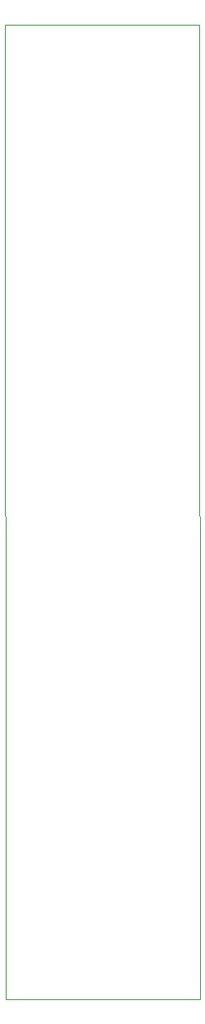
<source format=gbr>
G04 #@! TF.GenerationSoftware,KiCad,Pcbnew,(5.1.9)-1*
G04 #@! TF.CreationDate,2021-08-04T02:23:12+02:00*
G04 #@! TF.ProjectId,sequswit,73657175-7377-4697-942e-6b696361645f,rev?*
G04 #@! TF.SameCoordinates,Original*
G04 #@! TF.FileFunction,Profile,NP*
%FSLAX46Y46*%
G04 Gerber Fmt 4.6, Leading zero omitted, Abs format (unit mm)*
G04 Created by KiCad (PCBNEW (5.1.9)-1) date 2021-08-04 02:23:12*
%MOMM*%
%LPD*%
G01*
G04 APERTURE LIST*
G04 #@! TA.AperFunction,Profile*
%ADD10C,0.050000*%
G04 #@! TD*
G04 APERTURE END LIST*
D10*
X260030000Y-78840000D02*
X240030000Y-78840000D01*
X240030000Y-78840000D02*
X240100000Y-178839300D01*
X240100000Y-178839300D02*
X260100000Y-178839300D01*
X260100000Y-178839300D02*
X260030000Y-78840000D01*
M02*

</source>
